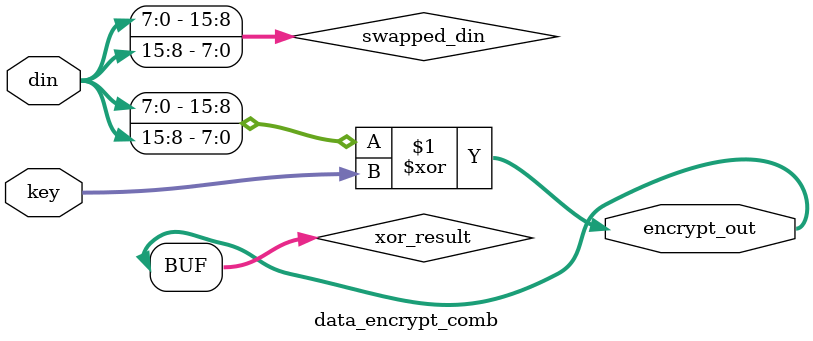
<source format=sv>
module data_encrypt #(parameter DW=16) (
    input wire clk,
    input wire en,
    input wire [DW-1:0] din,
    input wire [DW-1:0] key,
    output reg [DW-1:0] dout
);

    wire [DW-1:0] encrypt_comb_out;

    data_encrypt_comb #(.DW(DW)) u_data_encrypt_comb (
        .din(din),
        .key(key),
        .encrypt_out(encrypt_comb_out)
    );

    always @(posedge clk) begin
        if (en) begin
            dout <= encrypt_comb_out;
        end
    end

endmodule

module data_encrypt_comb #(parameter DW=16) (
    input wire [DW-1:0] din,
    input wire [DW-1:0] key,
    output wire [DW-1:0] encrypt_out
);

    wire [DW-1:0] swapped_din;
    wire [DW-1:0] xor_result;

    assign swapped_din = {din[7:0], din[15:8]};
    assign xor_result = swapped_din ^ key;
    assign encrypt_out = xor_result;

endmodule
</source>
